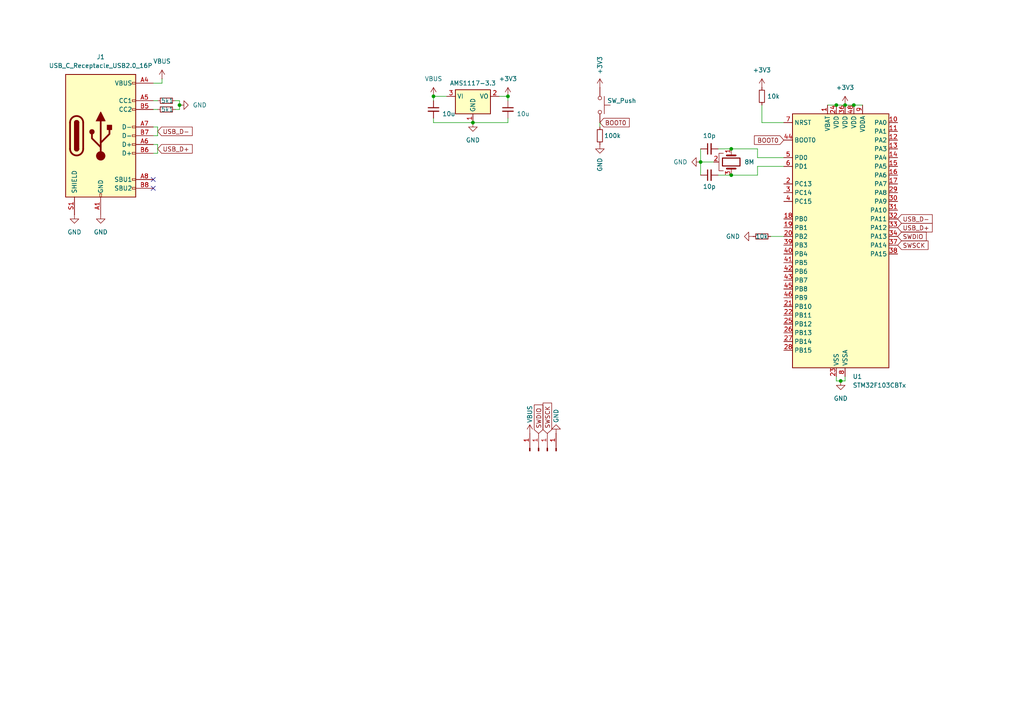
<source format=kicad_sch>
(kicad_sch (version 20231120) (generator "eeschema") (generator_version "8.0")
  (paper "A4")
  (lib_symbols
    (symbol "Connector:Conn_01x01_Pin" (pin_names (offset 1.016) hide)
      (property "Reference" "J" (at 0 2.54 0))
      (property "Value" "Conn_01x01_Pin" (at 0 -2.54 0))
      (symbol "Conn_01x01_Pin_1_1"
        (polyline (pts (xy 1.27 0) (xy 0.8636 0)) (stroke (width 0.1524)))
        (rectangle (start 0.8636 0.127) (end 0 -0.127) (stroke (width 0.1524)) (fill (type outline)))
        (pin passive line (at 5.08 0 180) (length 3.81) (name "Pin_1") (number "1"))
      )
    )
    (symbol "Connector:USB_C_Receptacle_USB2.0_16P" (pin_names (offset 1.016))
      (property "Reference" "J" (at 0 22.225 0))
      (property "Value" "USB_C_Receptacle_USB2.0_16P" (at 0 19.685 0))
      (symbol "USB_C_Receptacle_USB2.0_16P_0_0"
        (rectangle (start -0.254 -17.78) (end 0.254 -16.764))
        (rectangle (start 10.16 -14.986) (end 9.144 -15.494))
        (rectangle (start 10.16 -12.446) (end 9.144 -12.954))
        (rectangle (start 10.16 -4.826) (end 9.144 -5.334))
        (rectangle (start 10.16 -2.286) (end 9.144 -2.794))
        (rectangle (start 10.16 0.254) (end 9.144 -0.254))
        (rectangle (start 10.16 2.794) (end 9.144 2.286))
        (rectangle (start 10.16 7.874) (end 9.144 7.366))
        (rectangle (start 10.16 10.414) (end 9.144 9.906))
        (rectangle (start 10.16 15.494) (end 9.144 14.986))
      )
      (symbol "USB_C_Receptacle_USB2.0_16P_0_1"
        (rectangle (start -10.16 17.78) (end 10.16 -17.78) (stroke (width 0.254)) (fill (type background)))
        (arc (start -8.89 -3.81) (mid -6.985 -5.7067) (end -5.08 -3.81) (stroke (width 0.508)))
        (arc (start -7.62 -3.81) (mid -6.985 -4.4423) (end -6.35 -3.81) (stroke (width 0.254)))
        (arc (start -7.62 -3.81) (mid -6.985 -4.4423) (end -6.35 -3.81) (stroke (width 0.254)) (fill (type outline)))
        (rectangle (start -7.62 -3.81) (end -6.35 3.81) (stroke (width 0.254)) (fill (type outline)))
        (arc (start -6.35 3.81) (mid -6.985 4.4423) (end -7.62 3.81) (stroke (width 0.254)))
        (arc (start -6.35 3.81) (mid -6.985 4.4423) (end -7.62 3.81) (stroke (width 0.254)) (fill (type outline)))
        (arc (start -5.08 3.81) (mid -6.985 5.7067) (end -8.89 3.81) (stroke (width 0.508)))
        (circle (center -2.54 1.143) (radius 0.635) (stroke (width 0.254)) (fill (type outline)))
        (circle (center 0 -5.842) (radius 1.27) (fill (type outline)))
        (polyline (pts (xy -8.89 -3.81) (xy -8.89 3.81)) (stroke (width 0.508)))
        (polyline (pts (xy -5.08 3.81) (xy -5.08 -3.81)) (stroke (width 0.508)))
        (polyline (pts (xy 0 -5.842) (xy 0 4.318)) (stroke (width 0.508)))
        (polyline (pts (xy 0 -3.302) (xy -2.54 -0.762) (xy -2.54 0.508)) (stroke (width 0.508)))
        (polyline (pts (xy 0 -2.032) (xy 2.54 0.508) (xy 2.54 1.778)) (stroke (width 0.508)))
        (polyline (pts (xy -1.27 4.318) (xy 0 6.858) (xy 1.27 4.318) (xy -1.27 4.318)) (stroke (width 0.254)) (fill (type outline)))
        (rectangle (start 1.905 1.778) (end 3.175 3.048) (stroke (width 0.254)) (fill (type outline)))
      )
      (symbol "USB_C_Receptacle_USB2.0_16P_1_1"
        (pin passive line (at 0 -22.86 90) (length 5.08) (name "GND") (number "A1"))
        (pin passive line (at 0 -22.86 90) (length 5.08) hide (name "GND") (number "A12"))
        (pin passive line (at 15.24 15.24 180) (length 5.08) (name "VBUS") (number "A4"))
        (pin bidirectional line (at 15.24 10.16 180) (length 5.08) (name "CC1") (number "A5"))
        (pin bidirectional line (at 15.24 -2.54 180) (length 5.08) (name "D+") (number "A6"))
        (pin bidirectional line (at 15.24 2.54 180) (length 5.08) (name "D-") (number "A7"))
        (pin bidirectional line (at 15.24 -12.7 180) (length 5.08) (name "SBU1") (number "A8"))
        (pin passive line (at 15.24 15.24 180) (length 5.08) hide (name "VBUS") (number "A9"))
        (pin passive line (at 0 -22.86 90) (length 5.08) hide (name "GND") (number "B1"))
        (pin passive line (at 0 -22.86 90) (length 5.08) hide (name "GND") (number "B12"))
        (pin passive line (at 15.24 15.24 180) (length 5.08) hide (name "VBUS") (number "B4"))
        (pin bidirectional line (at 15.24 7.62 180) (length 5.08) (name "CC2") (number "B5"))
        (pin bidirectional line (at 15.24 -5.08 180) (length 5.08) (name "D+") (number "B6"))
        (pin bidirectional line (at 15.24 0 180) (length 5.08) (name "D-") (number "B7"))
        (pin bidirectional line (at 15.24 -15.24 180) (length 5.08) (name "SBU2") (number "B8"))
        (pin passive line (at 15.24 15.24 180) (length 5.08) hide (name "VBUS") (number "B9"))
        (pin passive line (at -7.62 -22.86 90) (length 5.08) (name "SHIELD") (number "S1"))
      )
    )
    (symbol "Device:C_Small" (pin_numbers hide) (pin_names (offset 0.254) hide)
      (property "Reference" "C" (at 0.254 1.778 0))
      (property "Value" "C_Small" (at 0.254 -2.032 0))
      (symbol "C_Small_0_1"
        (polyline (pts (xy -1.524 -0.508) (xy 1.524 -0.508)) (stroke (width 0.3302)))
        (polyline (pts (xy -1.524 0.508) (xy 1.524 0.508)) (stroke (width 0.3048)))
      )
      (symbol "C_Small_1_1"
        (pin passive line (at 0 2.54 270) (length 2.032) (name "~") (number "1"))
        (pin passive line (at 0 -2.54 90) (length 2.032) (name "~") (number "2"))
      )
    )
    (symbol "Device:Crystal_GND2" (pin_names (offset 1.016) hide)
      (property "Reference" "Y" (at 0 5.715 0))
      (property "Value" "Crystal_GND2" (at 0 3.81 0))
      (symbol "Crystal_GND2_0_1"
        (rectangle (start -1.143 2.54) (end 1.143 -2.54) (stroke (width 0.3048)))
        (polyline (pts (xy -2.54 0) (xy -1.905 0)))
        (polyline (pts (xy -1.905 -1.27) (xy -1.905 1.27)) (stroke (width 0.508)))
        (polyline (pts (xy 0 -3.81) (xy 0 -3.556)))
        (polyline (pts (xy 1.905 0) (xy 2.54 0)))
        (polyline (pts (xy 1.905 1.27) (xy 1.905 -1.27)) (stroke (width 0.508)))
        (polyline (pts (xy -2.54 -2.286) (xy -2.54 -3.556) (xy 2.54 -3.556) (xy 2.54 -2.286)))
      )
      (symbol "Crystal_GND2_1_1"
        (pin passive line (at -3.81 0 0) (length 1.27) (name "1") (number "1"))
        (pin passive line (at 0 -5.08 90) (length 1.27) (name "2") (number "2"))
        (pin passive line (at 3.81 0 180) (length 1.27) (name "3") (number "3"))
      )
    )
    (symbol "Device:R_Small" (pin_numbers hide) (pin_names (offset 0.254) hide)
      (property "Reference" "R" (at 0.762 0.508 0))
      (property "Value" "R_Small" (at 0.762 -1.016 0))
      (symbol "R_Small_0_1"
        (rectangle (start -0.762 1.778) (end 0.762 -1.778) (stroke (width 0.2032)))
      )
      (symbol "R_Small_1_1"
        (pin passive line (at 0 2.54 270) (length 0.762) (name "~") (number "1"))
        (pin passive line (at 0 -2.54 90) (length 0.762) (name "~") (number "2"))
      )
    )
    (symbol "MCU_ST_STM32F1:STM32F103CBTx"
      (property "Reference" "U" (at -12.7 39.37 0))
      (property "Value" "STM32F103CBTx" (at 10.16 39.37 0))
      (symbol "STM32F103CBTx_0_1"
        (rectangle (start -12.7 -35.56) (end 15.24 38.1) (stroke (width 0.254)) (fill (type background)))
      )
      (symbol "STM32F103CBTx_1_1"
        (pin power_in line (at -2.54 40.64 270) (length 2.54) (name "VBAT") (number "1"))
        (pin bidirectional line (at 17.78 35.56 180) (length 2.54) (name "PA0") (number "10"))
        (pin bidirectional line (at 17.78 33.02 180) (length 2.54) (name "PA1") (number "11"))
        (pin bidirectional line (at 17.78 30.48 180) (length 2.54) (name "PA2") (number "12"))
        (pin bidirectional line (at 17.78 27.94 180) (length 2.54) (name "PA3") (number "13"))
        (pin bidirectional line (at 17.78 25.4 180) (length 2.54) (name "PA4") (number "14"))
        (pin bidirectional line (at 17.78 22.86 180) (length 2.54) (name "PA5") (number "15"))
        (pin bidirectional line (at 17.78 20.32 180) (length 2.54) (name "PA6") (number "16"))
        (pin bidirectional line (at 17.78 17.78 180) (length 2.54) (name "PA7") (number "17"))
        (pin bidirectional line (at -15.24 7.62 0) (length 2.54) (name "PB0") (number "18"))
        (pin bidirectional line (at -15.24 5.08 0) (length 2.54) (name "PB1") (number "19"))
        (pin bidirectional line (at -15.24 17.78 0) (length 2.54) (name "PC13") (number "2"))
        (pin bidirectional line (at -15.24 2.54 0) (length 2.54) (name "PB2") (number "20"))
        (pin bidirectional line (at -15.24 -17.78 0) (length 2.54) (name "PB10") (number "21"))
        (pin bidirectional line (at -15.24 -20.32 0) (length 2.54) (name "PB11") (number "22"))
        (pin power_in line (at 0 -38.1 90) (length 2.54) (name "VSS") (number "23"))
        (pin power_in line (at 0 40.64 270) (length 2.54) (name "VDD") (number "24"))
        (pin bidirectional line (at -15.24 -22.86 0) (length 2.54) (name "PB12") (number "25"))
        (pin bidirectional line (at -15.24 -25.4 0) (length 2.54) (name "PB13") (number "26"))
        (pin bidirectional line (at -15.24 -27.94 0) (length 2.54) (name "PB14") (number "27"))
        (pin bidirectional line (at -15.24 -30.48 0) (length 2.54) (name "PB15") (number "28"))
        (pin bidirectional line (at 17.78 15.24 180) (length 2.54) (name "PA8") (number "29"))
        (pin bidirectional line (at -15.24 15.24 0) (length 2.54) (name "PC14") (number "3"))
        (pin bidirectional line (at 17.78 12.7 180) (length 2.54) (name "PA9") (number "30"))
        (pin bidirectional line (at 17.78 10.16 180) (length 2.54) (name "PA10") (number "31"))
        (pin bidirectional line (at 17.78 7.62 180) (length 2.54) (name "PA11") (number "32"))
        (pin bidirectional line (at 17.78 5.08 180) (length 2.54) (name "PA12") (number "33"))
        (pin bidirectional line (at 17.78 2.54 180) (length 2.54) (name "PA13") (number "34"))
        (pin passive line (at 0 -38.1 90) (length 2.54) hide (name "VSS") (number "35"))
        (pin power_in line (at 2.54 40.64 270) (length 2.54) (name "VDD") (number "36"))
        (pin bidirectional line (at 17.78 0 180) (length 2.54) (name "PA14") (number "37"))
        (pin bidirectional line (at 17.78 -2.54 180) (length 2.54) (name "PA15") (number "38"))
        (pin bidirectional line (at -15.24 0 0) (length 2.54) (name "PB3") (number "39"))
        (pin bidirectional line (at -15.24 12.7 0) (length 2.54) (name "PC15") (number "4"))
        (pin bidirectional line (at -15.24 -2.54 0) (length 2.54) (name "PB4") (number "40"))
        (pin bidirectional line (at -15.24 -5.08 0) (length 2.54) (name "PB5") (number "41"))
        (pin bidirectional line (at -15.24 -7.62 0) (length 2.54) (name "PB6") (number "42"))
        (pin bidirectional line (at -15.24 -10.16 0) (length 2.54) (name "PB7") (number "43"))
        (pin input line (at -15.24 30.48 0) (length 2.54) (name "BOOT0") (number "44"))
        (pin bidirectional line (at -15.24 -12.7 0) (length 2.54) (name "PB8") (number "45"))
        (pin bidirectional line (at -15.24 -15.24 0) (length 2.54) (name "PB9") (number "46"))
        (pin passive line (at 0 -38.1 90) (length 2.54) hide (name "VSS") (number "47"))
        (pin power_in line (at 5.08 40.64 270) (length 2.54) (name "VDD") (number "48"))
        (pin bidirectional line (at -15.24 25.4 0) (length 2.54) (name "PD0") (number "5"))
        (pin bidirectional line (at -15.24 22.86 0) (length 2.54) (name "PD1") (number "6"))
        (pin input line (at -15.24 35.56 0) (length 2.54) (name "NRST") (number "7"))
        (pin power_in line (at 2.54 -38.1 90) (length 2.54) (name "VSSA") (number "8"))
        (pin power_in line (at 7.62 40.64 270) (length 2.54) (name "VDDA") (number "9"))
      )
    )
    (symbol "Regulator_Linear:AMS1117-3.3"
      (property "Reference" "U" (at -3.81 3.175 0))
      (property "Value" "AMS1117-3.3" (at 0 3.175 0))
      (symbol "AMS1117-3.3_0_1"
        (rectangle (start -5.08 -5.08) (end 5.08 1.905) (stroke (width 0.254)) (fill (type background)))
      )
      (symbol "AMS1117-3.3_1_1"
        (pin power_in line (at 0 -7.62 90) (length 2.54) (name "GND") (number "1"))
        (pin power_out line (at 7.62 0 180) (length 2.54) (name "VO") (number "2"))
        (pin power_in line (at -7.62 0 0) (length 2.54) (name "VI") (number "3"))
      )
    )
    (symbol "Switch:SW_Push" (pin_numbers hide) (pin_names (offset 1.016) hide)
      (property "Reference" "SW" (at 1.27 2.54 0))
      (property "Value" "SW_Push" (at 0 -1.524 0))
      (symbol "SW_Push_0_1"
        (circle (center -2.032 0) (radius 0.508))
        (polyline (pts (xy 0 1.27) (xy 0 3.048)))
        (polyline (pts (xy 2.54 1.27) (xy -2.54 1.27)))
        (circle (center 2.032 0) (radius 0.508))
        (pin passive line (at -5.08 0 0) (length 2.54) (name "1") (number "1"))
        (pin passive line (at 5.08 0 180) (length 2.54) (name "2") (number "2"))
      )
    )
    (symbol "power:+3V3" (power) (pin_numbers hide) (pin_names (offset 0) hide)
      (property "Value" "+3V3" (at 0 3.556 0))
      (symbol "+3V3_0_1"
        (polyline (pts (xy -0.762 1.27) (xy 0 2.54)))
        (polyline (pts (xy 0 0) (xy 0 2.54)))
        (polyline (pts (xy 0 2.54) (xy 0.762 1.27)))
      )
      (symbol "+3V3_1_1"
        (pin power_in line (at 0 0 90) (length 0) (name "~") (number "1"))
      )
    )
    (symbol "power:GND" (power) (pin_numbers hide) (pin_names (offset 0) hide)
      (property "Value" "GND" (at 0 -3.81 0))
      (symbol "GND_0_1"
        (polyline (pts (xy 0 0) (xy 0 -1.27) (xy 1.27 -1.27) (xy 0 -2.54) (xy -1.27 -1.27) (xy 0 -1.27)))
      )
      (symbol "GND_1_1"
        (pin power_in line (at 0 0 270) (length 0) (name "~") (number "1"))
      )
    )
    (symbol "power:VBUS" (power) (pin_numbers hide) (pin_names (offset 0) hide)
      (property "Value" "VBUS" (at 0 3.556 0))
      (symbol "VBUS_0_1"
        (polyline (pts (xy -0.762 1.27) (xy 0 2.54)))
        (polyline (pts (xy 0 0) (xy 0 2.54)))
        (polyline (pts (xy 0 2.54) (xy 0.762 1.27)))
      )
      (symbol "VBUS_1_1"
        (pin power_in line (at 0 0 90) (length 0) (name "~") (number "1"))
      )
    )
  )
  (junction (at 137.16 35.56))
  (junction (at 212.09 50.8))
  (junction (at 203.2 46.99))
  (junction (at 125.73 27.94))
  (junction (at 242.57 30.48))
  (junction (at 52.07 30.48))
  (junction (at 212.09 43.18))
  (junction (at 245.11 30.48))
  (junction (at 147.32 27.94))
  (junction (at 243.84 110.49))
  (junction (at 247.65 30.48))
  (no_connect (at 44.45 54.61))
  (no_connect (at 44.45 52.07))
  (wire (pts (xy 125.73 29.21) (xy 125.73 27.94)))
  (wire (pts (xy 44.45 41.91) (xy 45.72 41.91)))
  (wire (pts (xy 219.71 48.26) (xy 219.71 50.8)))
  (wire (pts (xy 219.71 50.8) (xy 212.09 50.8)))
  (wire (pts (xy 44.45 24.13) (xy 46.99 24.13)))
  (wire (pts (xy 137.16 35.56) (xy 125.73 35.56)))
  (wire (pts (xy 247.65 30.48) (xy 250.19 30.48)))
  (wire (pts (xy 242.57 109.22) (xy 242.57 110.49)))
  (wire (pts (xy 45.72 41.91) (xy 45.72 44.45)))
  (wire (pts (xy 245.11 30.48) (xy 247.65 30.48)))
  (wire (pts (xy 50.8 29.21) (xy 52.07 29.21)))
  (wire (pts (xy 147.32 34.29) (xy 147.32 35.56)))
  (wire (pts (xy 208.28 43.18) (xy 212.09 43.18)))
  (wire (pts (xy 46.99 24.13) (xy 46.99 22.86)))
  (wire (pts (xy 45.72 36.83) (xy 45.72 39.37)))
  (wire (pts (xy 245.11 110.49) (xy 243.84 110.49)))
  (wire (pts (xy 144.78 27.94) (xy 147.32 27.94)))
  (wire (pts (xy 219.71 45.72) (xy 219.71 43.18)))
  (wire (pts (xy 227.33 35.56) (xy 220.98 35.56)))
  (wire (pts (xy 44.45 36.83) (xy 45.72 36.83)))
  (wire (pts (xy 220.98 35.56) (xy 220.98 30.48)))
  (wire (pts (xy 240.03 30.48) (xy 242.57 30.48)))
  (wire (pts (xy 52.07 30.48) (xy 52.07 31.75)))
  (wire (pts (xy 52.07 29.21) (xy 52.07 30.48)))
  (wire (pts (xy 203.2 46.99) (xy 203.2 50.8)))
  (wire (pts (xy 208.28 50.8) (xy 212.09 50.8)))
  (wire (pts (xy 242.57 30.48) (xy 245.11 30.48)))
  (wire (pts (xy 173.99 36.83) (xy 173.99 35.56)))
  (wire (pts (xy 203.2 46.99) (xy 207.01 46.99)))
  (wire (pts (xy 227.33 48.26) (xy 219.71 48.26)))
  (wire (pts (xy 44.45 29.21) (xy 45.72 29.21)))
  (wire (pts (xy 203.2 43.18) (xy 203.2 46.99)))
  (wire (pts (xy 223.52 68.58) (xy 227.33 68.58)))
  (wire (pts (xy 44.45 44.45) (xy 45.72 44.45)))
  (wire (pts (xy 219.71 43.18) (xy 212.09 43.18)))
  (wire (pts (xy 227.33 45.72) (xy 219.71 45.72)))
  (wire (pts (xy 147.32 27.94) (xy 147.32 29.21)))
  (wire (pts (xy 44.45 31.75) (xy 45.72 31.75)))
  (wire (pts (xy 45.72 39.37) (xy 44.45 39.37)))
  (wire (pts (xy 245.11 109.22) (xy 245.11 110.49)))
  (wire (pts (xy 125.73 27.94) (xy 129.54 27.94)))
  (wire (pts (xy 125.73 35.56) (xy 125.73 34.29)))
  (wire (pts (xy 242.57 110.49) (xy 243.84 110.49)))
  (wire (pts (xy 147.32 35.56) (xy 137.16 35.56)))
  (wire (pts (xy 52.07 31.75) (xy 50.8 31.75)))
  (global_label "USB_D-" (shape input) (at 260.35 63.5 0) (property "Intersheetrefs" "${INTERSHEET_REFS}" (effects (hide yes))))
  (global_label "BOOT0" (shape input) (at 227.33 40.64 180) (property "Intersheetrefs" "${INTERSHEET_REFS}" (effects (hide yes))))
  (global_label "BOOT0" (shape input) (at 173.99 35.56 0) (property "Intersheetrefs" "${INTERSHEET_REFS}" (effects (hide yes))))
  (global_label "USB_D-" (shape input) (at 45.72 38.1 0) (property "Intersheetrefs" "${INTERSHEET_REFS}" (effects (hide yes))))
  (global_label "USB_D+" (shape input) (at 45.72 43.18 0) (property "Intersheetrefs" "${INTERSHEET_REFS}" (effects (hide yes))))
  (global_label "SWSCK" (shape input) (at 158.75 125.73 90) (property "Intersheetrefs" "${INTERSHEET_REFS}" (effects (hide yes))))
  (global_label "SWDIO" (shape input) (at 260.35 68.58 0) (property "Intersheetrefs" "${INTERSHEET_REFS}" (effects (hide yes))))
  (global_label "USB_D+" (shape input) (at 260.35 66.04 0) (property "Intersheetrefs" "${INTERSHEET_REFS}" (effects (hide yes))))
  (global_label "SWSCK" (shape input) (at 260.35 71.12 0) (property "Intersheetrefs" "${INTERSHEET_REFS}" (effects (hide yes))))
  (global_label "SWDIO" (shape input) (at 156.21 125.73 90) (property "Intersheetrefs" "${INTERSHEET_REFS}" (effects (hide yes))))
  (symbol (lib_id "power:+3V3") (at 147.32 27.94 0) (unit 1)
    (property "Reference" "#PWR02" (effects (hide yes)))
    (property "Value" "+3V3" (at 147.32 22.86 0))
    (property "Description" "Power symbol creates a global label with name \"+3V3\"" (effects (hide yes)))
  )
  (symbol (lib_id "Connector:Conn_01x01_Pin") (at 158.75 130.81 90) (unit 1)
    (property "Reference" "J4" (effects (hide yes)))
    (property "Value" "Conn_01x01_Pin" (effects (hide yes)))
    (property "Footprint" "Connector_PinHeader_2.00mm:PinHeader_1x01_P2.00mm_Horizontal" (effects (hide yes)))
    (property "Description" "Generic connector, single row, 01x01, script generated" (effects (hide yes)))
  )
  (symbol (lib_id "power:GND") (at 173.99 41.91 0) (unit 1)
    (property "Reference" "#PWR013" (effects (hide yes)))
    (property "Value" "GND" (at 173.9899 45.72 90) (effects (justify right)))
    (property "Description" "Power symbol creates a global label with name \"GND\" , ground" (effects (hide yes)))
  )
  (symbol (lib_id "power:GND") (at 218.44 68.58 270) (unit 1)
    (property "Reference" "#PWR012" (effects (hide yes)))
    (property "Value" "GND" (at 214.63 68.5799 90) (effects (justify right)))
    (property "Description" "Power symbol creates a global label with name \"GND\" , ground" (effects (hide yes)))
  )
  (symbol (lib_id "power:VBUS") (at 125.73 27.94 0) (unit 1)
    (property "Reference" "#PWR03" (effects (hide yes)))
    (property "Value" "VBUS" (at 125.73 22.86 0))
    (property "Description" "Power symbol creates a global label with name \"VBUS\"" (effects (hide yes)))
  )
  (symbol (lib_id "Regulator_Linear:AMS1117-3.3") (at 137.16 27.94 0) (unit 1)
    (property "Reference" "U2" (effects (hide yes)))
    (property "Value" "AMS1117-3.3" (at 137.16 24.13 0))
    (property "Footprint" "Package_TO_SOT_SMD:SOT-223-3_TabPin2" (effects (hide yes)))
    (property "Datasheet" "http://www.advanced-monolithic.com/pdf/ds1117.pdf" (effects (hide yes)))
    (property "Description" "1A Low Dropout regulator, positive, 3.3V fixed output, SOT-223" (effects (hide yes)))
  )
  (symbol (lib_id "Connector:USB_C_Receptacle_USB2.0_16P") (at 29.21 39.37 0) (unit 1)
    (property "Reference" "J1" (at 29.21 16.51 0))
    (property "Value" "USB_C_Receptacle_USB2.0_16P" (at 29.21 19.05 0))
    (property "Footprint" "Connector_USB:USB_C_Receptacle_HRO_TYPE-C-31-M-12" (effects (hide yes)))
    (property "Datasheet" "https://www.usb.org/sites/default/files/documents/usb_type-c.zip" (effects (hide yes)))
    (property "Description" "USB 2.0-only 16P Type-C Receptacle connector" (effects (hide yes)))
  )
  (symbol (lib_id "power:GND") (at 29.21 62.23 0) (unit 1)
    (property "Reference" "#PWR06" (effects (hide yes)))
    (property "Value" "GND" (at 29.21 67.31 0))
    (property "Description" "Power symbol creates a global label with name \"GND\" , ground" (effects (hide yes)))
  )
  (symbol (lib_id "power:GND") (at 203.2 46.99 270) (unit 1)
    (property "Reference" "#PWR014" (effects (hide yes)))
    (property "Value" "GND" (at 199.39 46.9899 90) (effects (justify right)))
    (property "Description" "Power symbol creates a global label with name \"GND\" , ground" (effects (hide yes)))
  )
  (symbol (lib_id "MCU_ST_STM32F1:STM32F103CBTx") (at 242.57 71.12 0) (unit 1)
    (property "Reference" "U1" (at 247.3041 109.22 0) (effects (justify left)))
    (property "Value" "STM32F103CBTx" (at 247.3041 111.76 0) (effects (justify left)))
    (property "Footprint" "Package_QFP:LQFP-48_7x7mm_P0.5mm" (effects (hide yes)))
    (property "Datasheet" "https://www.st.com/resource/en/datasheet/stm32f103cb.pdf" (effects (hide yes)))
    (property "Description" "STMicroelectronics Arm Cortex-M3 MCU, 128KB flash, 20KB RAM, 72 MHz, 2.0-3.6V, 37 GPIO, LQFP48" (effects (hide yes)))
  )
  (symbol (lib_id "Connector:Conn_01x01_Pin") (at 156.21 130.81 90) (unit 1)
    (property "Reference" "J3" (effects (hide yes)))
    (property "Value" "Conn_01x01_Pin" (effects (hide yes)))
    (property "Footprint" "Connector_PinHeader_2.00mm:PinHeader_1x01_P2.00mm_Horizontal" (effects (hide yes)))
    (property "Description" "Generic connector, single row, 01x01, script generated" (effects (hide yes)))
  )
  (symbol (lib_id "Connector:Conn_01x01_Pin") (at 153.67 130.81 90) (unit 1)
    (property "Reference" "J2" (effects (hide yes)))
    (property "Value" "Conn_01x01_Pin" (effects (hide yes)))
    (property "Footprint" "Connector_PinHeader_2.00mm:PinHeader_1x01_P2.00mm_Horizontal" (effects (hide yes)))
    (property "Description" "Generic connector, single row, 01x01, script generated" (effects (hide yes)))
  )
  (symbol (lib_id "Device:C_Small") (at 205.74 43.18 90) (unit 1)
    (property "Reference" "C3" (effects (hide yes)))
    (property "Value" "10p" (at 205.7463 39.37 90))
    (property "Footprint" "Capacitor_SMD:C_0603_1608Metric" (effects (hide yes)))
    (property "Description" "Unpolarized capacitor, small symbol" (effects (hide yes)))
  )
  (symbol (lib_id "Device:C_Small") (at 147.32 31.75 0) (unit 1)
    (property "Reference" "C2" (effects (hide yes)))
    (property "Value" "10u" (at 149.86 33.0262 0) (effects (justify left)))
    (property "Footprint" "Capacitor_SMD:C_0603_1608Metric" (effects (hide yes)))
    (property "Description" "Unpolarized capacitor, small symbol" (effects (hide yes)))
  )
  (symbol (lib_id "Device:R_Small") (at 220.98 68.58 90) (unit 1)
    (property "Reference" "R4" (effects (hide yes)))
    (property "Value" "10k" (at 222.758 68.58 90) (effects (justify left)))
    (property "Footprint" "Resistor_SMD:R_0603_1608Metric" (effects (hide yes)))
    (property "Description" "Resistor, small symbol" (effects (hide yes)))
  )
  (symbol (lib_id "Device:R_Small") (at 48.26 29.21 90) (unit 1)
    (property "Reference" "R1" (effects (hide yes)))
    (property "Value" "5k1" (at 48.514 29.21 90))
    (property "Footprint" "Resistor_SMD:R_0603_1608Metric" (effects (hide yes)))
    (property "Description" "Resistor, small symbol" (effects (hide yes)))
  )
  (symbol (lib_id "Device:R_Small") (at 173.99 39.37 180) (unit 1)
    (property "Reference" "R5" (effects (hide yes)))
    (property "Value" "100k" (at 180.086 39.37 0) (effects (justify left)))
    (property "Footprint" "Resistor_SMD:R_0603_1608Metric" (effects (hide yes)))
    (property "Description" "Resistor, small symbol" (effects (hide yes)))
  )
  (symbol (lib_id "power:GND") (at 243.84 110.49 0) (unit 1)
    (property "Reference" "#PWR08" (effects (hide yes)))
    (property "Value" "GND" (at 243.84 115.57 0))
    (property "Description" "Power symbol creates a global label with name \"GND\" , ground" (effects (hide yes)))
  )
  (symbol (lib_id "power:GND") (at 52.07 30.48 90) (unit 1)
    (property "Reference" "#PWR05" (effects (hide yes)))
    (property "Value" "GND" (at 55.88 30.4799 90) (effects (justify right)))
    (property "Description" "Power symbol creates a global label with name \"GND\" , ground" (effects (hide yes)))
  )
  (symbol (lib_id "Device:R_Small") (at 48.26 31.75 90) (unit 1)
    (property "Reference" "R2" (effects (hide yes)))
    (property "Value" "5k1" (at 48.514 31.75 90))
    (property "Footprint" "Resistor_SMD:R_0603_1608Metric" (effects (hide yes)))
    (property "Description" "Resistor, small symbol" (effects (hide yes)))
  )
  (symbol (lib_id "Connector:Conn_01x01_Pin") (at 161.29 130.81 90) (unit 1)
    (property "Reference" "J5" (effects (hide yes)))
    (property "Value" "Conn_01x01_Pin" (effects (hide yes)))
    (property "Footprint" "Connector_PinHeader_2.00mm:PinHeader_1x01_P2.00mm_Horizontal" (effects (hide yes)))
    (property "Description" "Generic connector, single row, 01x01, script generated" (effects (hide yes)))
  )
  (symbol (lib_id "power:+3V3") (at 220.98 25.4 0) (unit 1)
    (property "Reference" "#PWR010" (effects (hide yes)))
    (property "Value" "+3V3" (at 220.98 20.32 0))
    (property "Description" "Power symbol creates a global label with name \"+3V3\"" (effects (hide yes)))
  )
  (symbol (lib_id "power:VBUS") (at 153.67 125.73 0) (unit 1)
    (property "Reference" "#PWR015" (effects (hide yes)))
    (property "Value" "VBUS" (at 153.67 120.142 90))
    (property "Description" "Power symbol creates a global label with name \"VBUS\"" (effects (hide yes)))
  )
  (symbol (lib_id "power:GND") (at 161.29 125.73 180) (unit 1)
    (property "Reference" "#PWR016" (effects (hide yes)))
    (property "Value" "GND" (at 161.29 120.65 90))
    (property "Description" "Power symbol creates a global label with name \"GND\" , ground" (effects (hide yes)))
  )
  (symbol (lib_id "Switch:SW_Push") (at 173.99 30.48 270) (unit 1)
    (property "Reference" "SW1" (effects (hide yes)))
    (property "Value" "SW_Push" (at 180.34 29.21 90))
    (property "Footprint" "Button_Switch_SMD:SW_SPST_SKQG_WithStem" (effects (hide yes)))
    (property "Description" "Push button switch, generic, two pins" (effects (hide yes)))
  )
  (symbol (lib_id "power:+3V3") (at 173.99 25.4 0) (unit 1)
    (property "Reference" "#PWR011" (effects (hide yes)))
    (property "Value" "+3V3" (at 173.9901 21.59 90) (effects (justify left)))
    (property "Description" "Power symbol creates a global label with name \"+3V3\"" (effects (hide yes)))
  )
  (symbol (lib_id "Device:Crystal_GND2") (at 212.09 46.99 270) (unit 1)
    (property "Reference" "Y1" (effects (hide yes)))
    (property "Value" "8M" (at 215.9 46.99 90) (effects (justify left)))
    (property "Footprint" "Crystal:Resonator_SMD-3Pin_7.2x3.0mm" (effects (hide yes)))
    (property "Description" "Three pin crystal, GND on pin 2" (effects (hide yes)))
  )
  (symbol (lib_id "Device:C_Small") (at 205.74 50.8 90) (unit 1)
    (property "Reference" "C4" (effects (hide yes)))
    (property "Value" "10p" (at 205.74 54.102 90))
    (property "Footprint" "Capacitor_SMD:C_0603_1608Metric" (effects (hide yes)))
    (property "Description" "Unpolarized capacitor, small symbol" (effects (hide yes)))
  )
  (symbol (lib_id "power:GND") (at 21.59 62.23 0) (unit 1)
    (property "Reference" "#PWR07" (effects (hide yes)))
    (property "Value" "GND" (at 21.59 67.31 0))
    (property "Description" "Power symbol creates a global label with name \"GND\" , ground" (effects (hide yes)))
  )
  (symbol (lib_id "power:+3V3") (at 245.11 30.48 0) (unit 1)
    (property "Reference" "#PWR09" (effects (hide yes)))
    (property "Value" "+3V3" (at 245.11 25.4 0))
    (property "Description" "Power symbol creates a global label with name \"+3V3\"" (effects (hide yes)))
  )
  (symbol (lib_id "Device:C_Small") (at 125.73 31.75 0) (unit 1)
    (property "Reference" "C1" (effects (hide yes)))
    (property "Value" "10u" (at 128.27 33.0262 0) (effects (justify left)))
    (property "Footprint" "Capacitor_SMD:C_0603_1608Metric" (effects (hide yes)))
    (property "Description" "Unpolarized capacitor, small symbol" (effects (hide yes)))
  )
  (symbol (lib_id "power:GND") (at 137.16 35.56 0) (unit 1)
    (property "Reference" "#PWR01" (effects (hide yes)))
    (property "Value" "GND" (at 137.16 40.64 0))
    (property "Description" "Power symbol creates a global label with name \"GND\" , ground" (effects (hide yes)))
  )
  (symbol (lib_id "power:VBUS") (at 46.99 22.86 0) (unit 1)
    (property "Reference" "#PWR04" (effects (hide yes)))
    (property "Value" "VBUS" (at 46.99 17.78 0))
    (property "Description" "Power symbol creates a global label with name \"VBUS\"" (effects (hide yes)))
  )
  (symbol (lib_id "Device:R_Small") (at 220.98 27.94 0) (unit 1)
    (property "Reference" "R3" (effects (hide yes)))
    (property "Value" "10k" (at 222.504 27.94 0) (effects (justify left)))
    (property "Footprint" "Resistor_SMD:R_0603_1608Metric" (effects (hide yes)))
    (property "Description" "Resistor, small symbol" (effects (hide yes)))
  )
)
</source>
